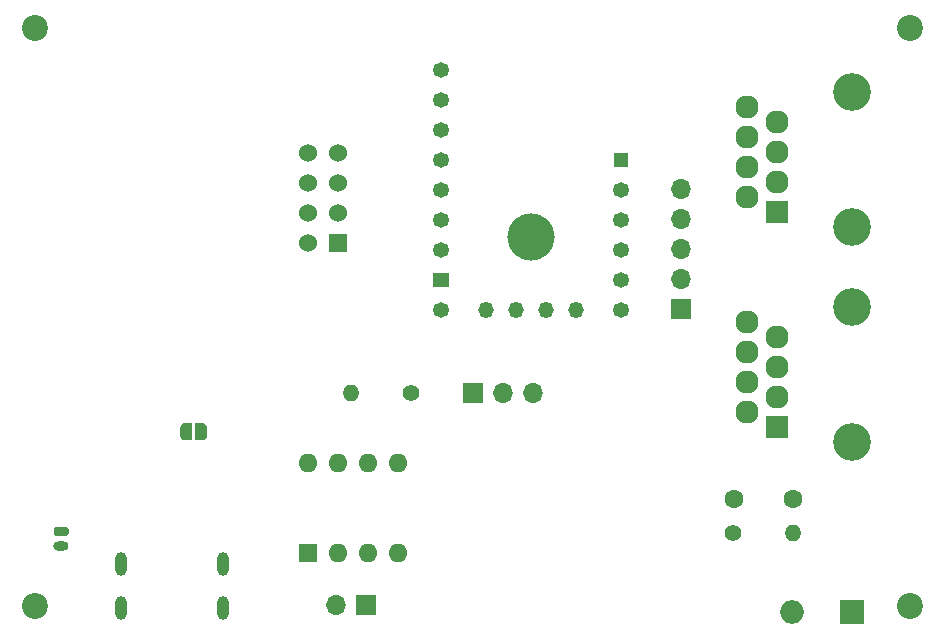
<source format=gbr>
%TF.GenerationSoftware,KiCad,Pcbnew,5.1.10-88a1d61d58~90~ubuntu21.04.1*%
%TF.CreationDate,2021-10-05T18:42:24+09:00*%
%TF.ProjectId,syncricket,73796e63-7269-4636-9b65-742e6b696361,rev?*%
%TF.SameCoordinates,Original*%
%TF.FileFunction,Soldermask,Bot*%
%TF.FilePolarity,Negative*%
%FSLAX46Y46*%
G04 Gerber Fmt 4.6, Leading zero omitted, Abs format (unit mm)*
G04 Created by KiCad (PCBNEW 5.1.10-88a1d61d58~90~ubuntu21.04.1) date 2021-10-05 18:42:24*
%MOMM*%
%LPD*%
G01*
G04 APERTURE LIST*
%ADD10O,1.000000X2.000000*%
%ADD11O,1.300000X0.800000*%
%ADD12C,0.100000*%
%ADD13C,2.200000*%
%ADD14O,2.000000X2.000000*%
%ADD15R,2.000000X2.000000*%
%ADD16O,1.400000X1.400000*%
%ADD17C,1.400000*%
%ADD18O,1.700000X1.700000*%
%ADD19R,1.700000X1.700000*%
%ADD20C,1.600000*%
%ADD21R,1.960000X1.960000*%
%ADD22C,1.960000*%
%ADD23C,3.200000*%
%ADD24R,1.524000X1.524000*%
%ADD25C,1.524000*%
%ADD26R,1.300000X1.300000*%
%ADD27O,1.400000X1.300000*%
%ADD28R,1.400000X1.300000*%
%ADD29C,2.000000*%
%ADD30C,4.000000*%
%ADD31O,1.300000X1.400000*%
%ADD32R,1.600000X1.600000*%
%ADD33O,1.600000X1.600000*%
G04 APERTURE END LIST*
D10*
%TO.C,J4*%
X138890000Y27828500D03*
X130250000Y27828500D03*
X138890000Y31628500D03*
X130250000Y31628500D03*
%TD*%
D11*
%TO.C,J6*%
X125191760Y33102280D03*
G36*
G01*
X124741760Y34752280D02*
X125641760Y34752280D01*
G75*
G02*
X125841760Y34552280I0J-200000D01*
G01*
X125841760Y34152280D01*
G75*
G02*
X125641760Y33952280I-200000J0D01*
G01*
X124741760Y33952280D01*
G75*
G02*
X124541760Y34152280I0J200000D01*
G01*
X124541760Y34552280D01*
G75*
G02*
X124741760Y34752280I200000J0D01*
G01*
G37*
%TD*%
D12*
%TO.C,JP3*%
G36*
X135742920Y42056002D02*
G01*
X135718386Y42056002D01*
X135669555Y42060812D01*
X135621430Y42070384D01*
X135574475Y42084628D01*
X135529142Y42103405D01*
X135485869Y42126536D01*
X135445070Y42153796D01*
X135407141Y42184924D01*
X135372444Y42219621D01*
X135341316Y42257550D01*
X135314056Y42298349D01*
X135290925Y42341622D01*
X135272148Y42386955D01*
X135257904Y42433910D01*
X135248332Y42482035D01*
X135243522Y42530866D01*
X135243522Y42555400D01*
X135242920Y42555400D01*
X135242920Y43055400D01*
X135243522Y43055400D01*
X135243522Y43079934D01*
X135248332Y43128765D01*
X135257904Y43176890D01*
X135272148Y43223845D01*
X135290925Y43269178D01*
X135314056Y43312451D01*
X135341316Y43353250D01*
X135372444Y43391179D01*
X135407141Y43425876D01*
X135445070Y43457004D01*
X135485869Y43484264D01*
X135529142Y43507395D01*
X135574475Y43526172D01*
X135621430Y43540416D01*
X135669555Y43549988D01*
X135718386Y43554798D01*
X135742920Y43554798D01*
X135742920Y43555400D01*
X136242920Y43555400D01*
X136242920Y42055400D01*
X135742920Y42055400D01*
X135742920Y42056002D01*
G37*
G36*
X136542920Y43555400D02*
G01*
X137042920Y43555400D01*
X137042920Y43554798D01*
X137067454Y43554798D01*
X137116285Y43549988D01*
X137164410Y43540416D01*
X137211365Y43526172D01*
X137256698Y43507395D01*
X137299971Y43484264D01*
X137340770Y43457004D01*
X137378699Y43425876D01*
X137413396Y43391179D01*
X137444524Y43353250D01*
X137471784Y43312451D01*
X137494915Y43269178D01*
X137513692Y43223845D01*
X137527936Y43176890D01*
X137537508Y43128765D01*
X137542318Y43079934D01*
X137542318Y43055400D01*
X137542920Y43055400D01*
X137542920Y42555400D01*
X137542318Y42555400D01*
X137542318Y42530866D01*
X137537508Y42482035D01*
X137527936Y42433910D01*
X137513692Y42386955D01*
X137494915Y42341622D01*
X137471784Y42298349D01*
X137444524Y42257550D01*
X137413396Y42219621D01*
X137378699Y42184924D01*
X137340770Y42153796D01*
X137299971Y42126536D01*
X137256698Y42103405D01*
X137211365Y42084628D01*
X137164410Y42070384D01*
X137116285Y42060812D01*
X137067454Y42056002D01*
X137042920Y42056002D01*
X137042920Y42055400D01*
X136542920Y42055400D01*
X136542920Y43555400D01*
G37*
%TD*%
D13*
%TO.C,REF\u002A\u002A*%
X123000000Y77000000D03*
%TD*%
%TO.C,REF\u002A\u002A*%
X123000000Y28000000D03*
%TD*%
%TO.C,REF\u002A\u002A*%
X197000000Y28000000D03*
%TD*%
%TO.C,REF\u002A\u002A*%
X197000000Y77000000D03*
%TD*%
D14*
%TO.C,D1*%
X187036000Y27534900D03*
D15*
X192116000Y27534900D03*
%TD*%
D16*
%TO.C,R9*%
X187164000Y34196500D03*
D17*
X182084000Y34196500D03*
%TD*%
D18*
%TO.C,JP2*%
X165115000Y46108700D03*
X162575000Y46108700D03*
D19*
X160035000Y46108700D03*
%TD*%
D20*
%TO.C,C8*%
X187100000Y37101800D03*
X182100000Y37101800D03*
%TD*%
D21*
%TO.C,J1*%
X185793000Y43199000D03*
D22*
X183253000Y44469000D03*
X185793000Y45739000D03*
X183253000Y47009000D03*
X185793000Y48279000D03*
X183253000Y49549000D03*
X185793000Y50819000D03*
X183253000Y52089000D03*
D23*
X192143000Y41929000D03*
X192143000Y53359000D03*
%TD*%
%TO.C,J2*%
X192106000Y71553100D03*
X192106000Y60123100D03*
D22*
X183216000Y70283100D03*
X185756000Y69013100D03*
X183216000Y67743100D03*
X185756000Y66473100D03*
X183216000Y65203100D03*
X185756000Y63933100D03*
X183216000Y62663100D03*
D21*
X185756000Y61393100D03*
%TD*%
D19*
%TO.C,J3*%
X177659000Y53195000D03*
D18*
X177659000Y55735000D03*
X177659000Y58275000D03*
X177659000Y60815000D03*
X177659000Y63355000D03*
%TD*%
D17*
%TO.C,R2*%
X154798000Y46082000D03*
D16*
X149718000Y46082000D03*
%TD*%
D24*
%TO.C,U1*%
X148630000Y58810000D03*
D25*
X146090000Y58810000D03*
X148630000Y61350000D03*
X146090000Y61350000D03*
X148630000Y63890000D03*
X146090000Y63890000D03*
X148630000Y66430000D03*
X146090000Y66430000D03*
%TD*%
D26*
%TO.C,U3*%
X172579180Y65830740D03*
D27*
X157339180Y73450740D03*
X172579180Y63290740D03*
X172579180Y60750740D03*
X172579180Y58210740D03*
X172579180Y55670740D03*
X172579180Y53130740D03*
X157339180Y53130740D03*
D28*
X157339180Y55670740D03*
D27*
X157339180Y58210740D03*
X157339180Y60750740D03*
X157339180Y63290740D03*
X157339180Y65830740D03*
X157339180Y68370740D03*
X157339180Y70910740D03*
D29*
X164959180Y59290740D03*
D30*
X164959180Y59290740D03*
D31*
X161148240Y53130740D03*
X163690780Y53130740D03*
X166230780Y53130740D03*
X168770780Y53130740D03*
%TD*%
D32*
%TO.C,U4*%
X146051000Y32541800D03*
D33*
X153671000Y40161800D03*
X148591000Y32541800D03*
X151131000Y40161800D03*
X151131000Y32541800D03*
X148591000Y40161800D03*
X153671000Y32541800D03*
X146051000Y40161800D03*
%TD*%
D19*
%TO.C,J5*%
X150956000Y28151500D03*
D18*
X148416000Y28151500D03*
%TD*%
M02*

</source>
